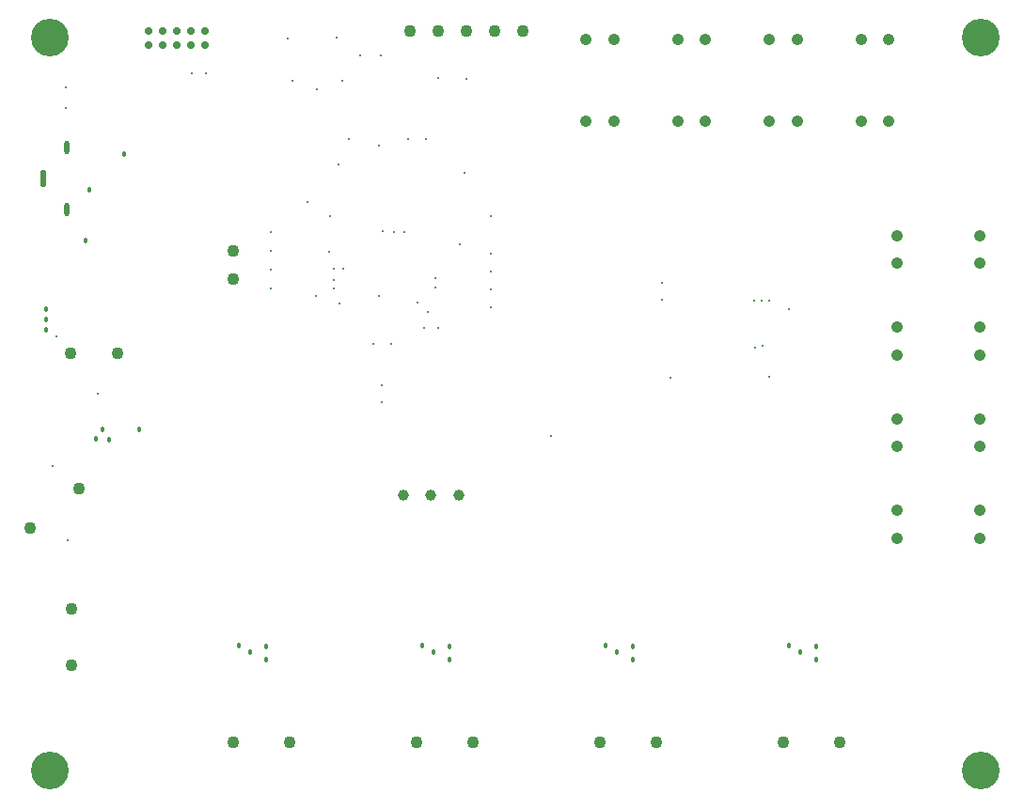
<source format=gbr>
%TF.GenerationSoftware,Altium Limited,Altium Designer,24.2.2 (26)*%
G04 Layer_Color=0*
%FSLAX45Y45*%
%MOMM*%
%TF.SameCoordinates,CD070EA7-D628-40BE-AF17-708C1490C7C2*%
%TF.FilePolarity,Positive*%
%TF.FileFunction,Plated,1,4,PTH,Drill*%
%TF.Part,Single*%
G01*
G75*
%TA.AperFunction,ComponentDrill*%
%ADD85C,0.70000*%
%ADD86C,1.05000*%
%ADD87C,1.10000*%
%ADD88C,1.00000*%
%ADD89C,1.10000*%
%ADD90O,0.50000X1.20000*%
%ADD91O,0.50000X1.60000*%
%TA.AperFunction,OtherDrill,Pad Free-MH (148.59mm,48.26mm)*%
%ADD92C,3.40000*%
%TA.AperFunction,OtherDrill,Pad Free-MH (148.59mm,114.3mm)*%
%ADD93C,3.40000*%
%TA.AperFunction,OtherDrill,Pad Free-MH (64.77mm,48.26mm)*%
%ADD94C,3.40000*%
%TA.AperFunction,OtherDrill,Pad Free-MH (64.77mm,114.3mm)*%
%ADD95C,3.40000*%
%TA.AperFunction,ComponentDrill*%
%ADD96C,1.05000*%
%TA.AperFunction,ViaDrill,NotFilled*%
%ADD97C,0.30000*%
%ADD98C,0.45720*%
D85*
X7366000Y11366500D02*
D03*
Y11493500D02*
D03*
X7493000Y11366500D02*
D03*
Y11493500D02*
D03*
X7620000Y11366500D02*
D03*
Y11493500D02*
D03*
X7747000Y11366500D02*
D03*
Y11493500D02*
D03*
X7874000Y11366500D02*
D03*
Y11493500D02*
D03*
D86*
X14108000Y8824500D02*
D03*
Y8574500D02*
D03*
Y9650000D02*
D03*
Y9400000D02*
D03*
Y7999000D02*
D03*
Y7749000D02*
D03*
X14848000Y9650000D02*
D03*
Y9400000D02*
D03*
Y8824500D02*
D03*
Y8574500D02*
D03*
Y7999000D02*
D03*
Y7749000D02*
D03*
X14108000Y6923500D02*
D03*
Y7173500D02*
D03*
X14848000D02*
D03*
Y6923500D02*
D03*
D87*
X10287000Y5080000D02*
D03*
X9779000D02*
D03*
X13589000D02*
D03*
X13081000D02*
D03*
X6301740Y7015480D02*
D03*
X8128000Y5080000D02*
D03*
X8636000D02*
D03*
X11430000D02*
D03*
X11938000D02*
D03*
X9715500Y11493500D02*
D03*
X9969500D02*
D03*
X10223500D02*
D03*
X10731500D02*
D03*
X10477500D02*
D03*
X6736080Y7366000D02*
D03*
X6662420Y8592820D02*
D03*
X7081520D02*
D03*
D88*
X10156000Y7313500D02*
D03*
X9906000D02*
D03*
X9656000D02*
D03*
D89*
X8130540Y9512300D02*
D03*
Y9258300D02*
D03*
X6667500Y6286500D02*
D03*
Y5778500D02*
D03*
D90*
X6628500Y10440000D02*
D03*
Y9880000D02*
D03*
D91*
X6413500Y10160000D02*
D03*
D92*
X14859000Y4826000D02*
D03*
D93*
Y11430000D02*
D03*
D94*
X6477000Y4826000D02*
D03*
D95*
Y11430000D02*
D03*
D96*
X14031500Y10679000D02*
D03*
X13781500D02*
D03*
Y11419000D02*
D03*
X14031500D02*
D03*
X11555000Y10679000D02*
D03*
X11305000D02*
D03*
Y11419000D02*
D03*
X11555000D02*
D03*
X12380500Y10679000D02*
D03*
X12130500D02*
D03*
Y11419000D02*
D03*
X12380500D02*
D03*
X13206000Y10679000D02*
D03*
X12956000D02*
D03*
Y11419000D02*
D03*
X13206000D02*
D03*
D97*
X6906260Y8224520D02*
D03*
X12893040Y8656320D02*
D03*
X8465820Y9677400D02*
D03*
X8794079Y9951121D02*
D03*
X9784080Y9047480D02*
D03*
X9545320Y8676640D02*
D03*
X9875520Y8960720D02*
D03*
X12065000Y8366760D02*
D03*
X10213340Y10218420D02*
D03*
X12956540Y8379460D02*
D03*
X11983720Y9070340D02*
D03*
Y9220200D02*
D03*
X9060180Y11437620D02*
D03*
X8615680Y11427460D02*
D03*
X8663940Y11046460D02*
D03*
X9108440D02*
D03*
X9273540Y11272520D02*
D03*
X9458960Y11269980D02*
D03*
X8879840Y10967720D02*
D03*
X9474200Y9687560D02*
D03*
X9570720Y9685020D02*
D03*
X9664700D02*
D03*
X9438640Y9103360D02*
D03*
X10223500Y11064240D02*
D03*
X8996680Y9822180D02*
D03*
X8991600Y9502140D02*
D03*
X7752080Y11109960D02*
D03*
X7884160D02*
D03*
X9029700Y9169400D02*
D03*
X9075420Y10289540D02*
D03*
X9946640Y9184640D02*
D03*
Y9268460D02*
D03*
X9085580Y9034780D02*
D03*
X8874760Y9105900D02*
D03*
X13131799Y8989060D02*
D03*
X12818558Y9061002D02*
D03*
X12885420Y9060180D02*
D03*
X12824460Y8641080D02*
D03*
X9118600Y9347200D02*
D03*
X9842500Y8815870D02*
D03*
X9969500D02*
D03*
X10447020Y9006840D02*
D03*
X9029700Y9252540D02*
D03*
X12956540Y9060180D02*
D03*
X9029700Y9348260D02*
D03*
X9969500Y11066780D02*
D03*
X10163410Y9573260D02*
D03*
X6616700Y10797540D02*
D03*
Y10985500D02*
D03*
X10985500Y7846060D02*
D03*
X10447020Y9166860D02*
D03*
Y9827260D02*
D03*
Y9329420D02*
D03*
X10444480Y9484360D02*
D03*
X9436100Y10462260D02*
D03*
X9865360Y10520680D02*
D03*
X9705340D02*
D03*
X9166860D02*
D03*
X9461500Y8303260D02*
D03*
Y8150860D02*
D03*
X9385300Y8676640D02*
D03*
X8468360Y9509760D02*
D03*
Y9177020D02*
D03*
Y9344660D02*
D03*
X6537960Y8745220D02*
D03*
X6637020Y6903720D02*
D03*
X6504940Y7569200D02*
D03*
D98*
X6827520Y10066020D02*
D03*
X13373100Y5943600D02*
D03*
Y5829300D02*
D03*
X13233400Y5892800D02*
D03*
X13131799Y5956300D02*
D03*
X11722100Y5943600D02*
D03*
Y5829300D02*
D03*
X11582400Y5892800D02*
D03*
X11480800Y5956300D02*
D03*
X10071100Y5943600D02*
D03*
Y5829300D02*
D03*
X9931400Y5892800D02*
D03*
X9829800Y5956300D02*
D03*
X8178800D02*
D03*
X8280400Y5892800D02*
D03*
X8420100Y5829300D02*
D03*
Y5943600D02*
D03*
X7145020Y10380980D02*
D03*
X6797040Y9601200D02*
D03*
X6949440Y7899400D02*
D03*
X7282180Y7904480D02*
D03*
X7007860Y7813040D02*
D03*
X6891020Y7815580D02*
D03*
X6438900Y8801100D02*
D03*
Y8989060D02*
D03*
Y8895080D02*
D03*
%TF.MD5,065e29600661acde4b818592f0174eb9*%
M02*

</source>
